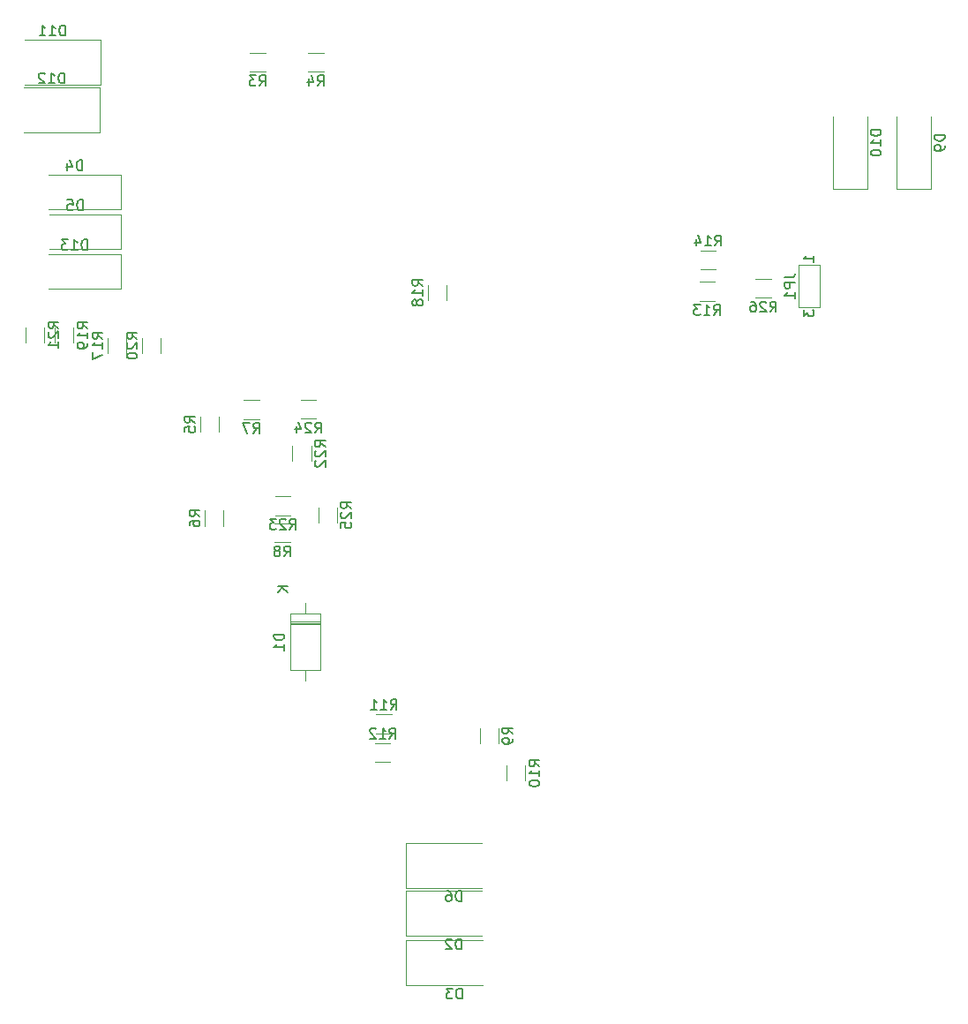
<source format=gbr>
%TF.GenerationSoftware,KiCad,Pcbnew,5.1.10-88a1d61d58~88~ubuntu18.04.1*%
%TF.CreationDate,2021-05-23T19:09:43+03:00*%
%TF.ProjectId,Micra Cruise Control Schemantics,4d696372-6120-4437-9275-69736520436f,rev?*%
%TF.SameCoordinates,Original*%
%TF.FileFunction,Legend,Bot*%
%TF.FilePolarity,Positive*%
%FSLAX46Y46*%
G04 Gerber Fmt 4.6, Leading zero omitted, Abs format (unit mm)*
G04 Created by KiCad (PCBNEW 5.1.10-88a1d61d58~88~ubuntu18.04.1) date 2021-05-23 19:09:43*
%MOMM*%
%LPD*%
G01*
G04 APERTURE LIST*
%ADD10C,0.120000*%
%ADD11C,0.150000*%
G04 APERTURE END LIST*
D10*
%TO.C,R26*%
X111572936Y-65010000D02*
X113027064Y-65010000D01*
X111572936Y-63190000D02*
X113027064Y-63190000D01*
%TO.C,R25*%
X71410000Y-86577064D02*
X71410000Y-85122936D01*
X69590000Y-86577064D02*
X69590000Y-85122936D01*
%TO.C,R24*%
X67922936Y-76610000D02*
X69377064Y-76610000D01*
X67922936Y-74790000D02*
X69377064Y-74790000D01*
%TO.C,R23*%
X65472936Y-85860000D02*
X66927064Y-85860000D01*
X65472936Y-84040000D02*
X66927064Y-84040000D01*
%TO.C,R22*%
X68910000Y-80677064D02*
X68910000Y-79222936D01*
X67090000Y-80677064D02*
X67090000Y-79222936D01*
%TO.C,R21*%
X43328000Y-69281064D02*
X43328000Y-67826936D01*
X41508000Y-69281064D02*
X41508000Y-67826936D01*
%TO.C,R20*%
X52684000Y-68868936D02*
X52684000Y-70323064D01*
X54504000Y-68868936D02*
X54504000Y-70323064D01*
%TO.C,R19*%
X46122000Y-69333064D02*
X46122000Y-67878936D01*
X44302000Y-69333064D02*
X44302000Y-67878936D01*
%TO.C,R18*%
X80090000Y-63772936D02*
X80090000Y-65227064D01*
X81910000Y-63772936D02*
X81910000Y-65227064D01*
%TO.C,R17*%
X49382000Y-68842936D02*
X49382000Y-70297064D01*
X51202000Y-68842936D02*
X51202000Y-70297064D01*
%TO.C,R14*%
X107727064Y-60490000D02*
X106272936Y-60490000D01*
X107727064Y-62310000D02*
X106272936Y-62310000D01*
%TO.C,R13*%
X106172936Y-65310000D02*
X107627064Y-65310000D01*
X106172936Y-63490000D02*
X107627064Y-63490000D01*
%TO.C,R12*%
X76527064Y-107740000D02*
X75072936Y-107740000D01*
X76527064Y-109560000D02*
X75072936Y-109560000D01*
%TO.C,R11*%
X76627064Y-104990000D02*
X75172936Y-104990000D01*
X76627064Y-106810000D02*
X75172936Y-106810000D01*
%TO.C,R10*%
X89460000Y-111327064D02*
X89460000Y-109872936D01*
X87640000Y-111327064D02*
X87640000Y-109872936D01*
%TO.C,R9*%
X86910000Y-107727064D02*
X86910000Y-106272936D01*
X85090000Y-107727064D02*
X85090000Y-106272936D01*
%TO.C,R8*%
X65422936Y-88460000D02*
X66877064Y-88460000D01*
X65422936Y-86640000D02*
X66877064Y-86640000D01*
%TO.C,R7*%
X62472936Y-76660000D02*
X63927064Y-76660000D01*
X62472936Y-74840000D02*
X63927064Y-74840000D01*
%TO.C,R6*%
X58690000Y-85422936D02*
X58690000Y-86877064D01*
X60510000Y-85422936D02*
X60510000Y-86877064D01*
%TO.C,R5*%
X58240000Y-76422936D02*
X58240000Y-77877064D01*
X60060000Y-76422936D02*
X60060000Y-77877064D01*
%TO.C,R4*%
X68640936Y-43328000D02*
X70095064Y-43328000D01*
X68640936Y-41508000D02*
X70095064Y-41508000D01*
%TO.C,R3*%
X63052936Y-43328000D02*
X64507064Y-43328000D01*
X63052936Y-41508000D02*
X64507064Y-41508000D01*
%TO.C,JP1*%
X117700000Y-61850000D02*
X115700000Y-61850000D01*
X117700000Y-65950000D02*
X117700000Y-61850000D01*
X115700000Y-65950000D02*
X117700000Y-65950000D01*
X115700000Y-61850000D02*
X115700000Y-65950000D01*
%TO.C,D13*%
X50628000Y-60834000D02*
X50628000Y-64134000D01*
X50628000Y-64134000D02*
X43728000Y-64134000D01*
X50628000Y-60834000D02*
X43728000Y-60834000D01*
%TO.C,D12*%
X48636000Y-44850000D02*
X48636000Y-49150000D01*
X48636000Y-49150000D02*
X41336000Y-49150000D01*
X48636000Y-44850000D02*
X41336000Y-44850000D01*
%TO.C,D11*%
X48702000Y-40268000D02*
X48702000Y-44568000D01*
X48702000Y-44568000D02*
X41402000Y-44568000D01*
X48702000Y-40268000D02*
X41402000Y-40268000D01*
%TO.C,D10*%
X122300000Y-54530000D02*
X119000000Y-54530000D01*
X119000000Y-54530000D02*
X119000000Y-47630000D01*
X122300000Y-54530000D02*
X122300000Y-47630000D01*
%TO.C,D9*%
X128400000Y-54530000D02*
X125100000Y-54530000D01*
X125100000Y-54530000D02*
X125100000Y-47630000D01*
X128400000Y-54530000D02*
X128400000Y-47630000D01*
%TO.C,D6*%
X78000000Y-121600000D02*
X78000000Y-117300000D01*
X78000000Y-117300000D02*
X85300000Y-117300000D01*
X78000000Y-121600000D02*
X85300000Y-121600000D01*
%TO.C,D5*%
X50668000Y-57024000D02*
X50668000Y-60324000D01*
X50668000Y-60324000D02*
X43768000Y-60324000D01*
X50668000Y-57024000D02*
X43768000Y-57024000D01*
%TO.C,D4*%
X50628000Y-53214000D02*
X50628000Y-56514000D01*
X50628000Y-56514000D02*
X43728000Y-56514000D01*
X50628000Y-53214000D02*
X43728000Y-53214000D01*
%TO.C,D3*%
X78050000Y-130950000D02*
X78050000Y-126650000D01*
X78050000Y-126650000D02*
X85350000Y-126650000D01*
X78050000Y-130950000D02*
X85350000Y-130950000D01*
%TO.C,D2*%
X78000000Y-126200000D02*
X78000000Y-121900000D01*
X78000000Y-121900000D02*
X85300000Y-121900000D01*
X78000000Y-126200000D02*
X85300000Y-126200000D01*
%TO.C,D1*%
X66880000Y-95310000D02*
X69820000Y-95310000D01*
X69820000Y-95310000D02*
X69820000Y-100750000D01*
X69820000Y-100750000D02*
X66880000Y-100750000D01*
X66880000Y-100750000D02*
X66880000Y-95310000D01*
X68350000Y-94290000D02*
X68350000Y-95310000D01*
X68350000Y-101770000D02*
X68350000Y-100750000D01*
X66880000Y-96210000D02*
X69820000Y-96210000D01*
X66880000Y-96330000D02*
X69820000Y-96330000D01*
X66880000Y-96090000D02*
X69820000Y-96090000D01*
%TO.C,R26*%
D11*
X112942857Y-66372380D02*
X113276190Y-65896190D01*
X113514285Y-66372380D02*
X113514285Y-65372380D01*
X113133333Y-65372380D01*
X113038095Y-65420000D01*
X112990476Y-65467619D01*
X112942857Y-65562857D01*
X112942857Y-65705714D01*
X112990476Y-65800952D01*
X113038095Y-65848571D01*
X113133333Y-65896190D01*
X113514285Y-65896190D01*
X112561904Y-65467619D02*
X112514285Y-65420000D01*
X112419047Y-65372380D01*
X112180952Y-65372380D01*
X112085714Y-65420000D01*
X112038095Y-65467619D01*
X111990476Y-65562857D01*
X111990476Y-65658095D01*
X112038095Y-65800952D01*
X112609523Y-66372380D01*
X111990476Y-66372380D01*
X111133333Y-65372380D02*
X111323809Y-65372380D01*
X111419047Y-65420000D01*
X111466666Y-65467619D01*
X111561904Y-65610476D01*
X111609523Y-65800952D01*
X111609523Y-66181904D01*
X111561904Y-66277142D01*
X111514285Y-66324761D01*
X111419047Y-66372380D01*
X111228571Y-66372380D01*
X111133333Y-66324761D01*
X111085714Y-66277142D01*
X111038095Y-66181904D01*
X111038095Y-65943809D01*
X111085714Y-65848571D01*
X111133333Y-65800952D01*
X111228571Y-65753333D01*
X111419047Y-65753333D01*
X111514285Y-65800952D01*
X111561904Y-65848571D01*
X111609523Y-65943809D01*
%TO.C,R25*%
X72772380Y-85207142D02*
X72296190Y-84873809D01*
X72772380Y-84635714D02*
X71772380Y-84635714D01*
X71772380Y-85016666D01*
X71820000Y-85111904D01*
X71867619Y-85159523D01*
X71962857Y-85207142D01*
X72105714Y-85207142D01*
X72200952Y-85159523D01*
X72248571Y-85111904D01*
X72296190Y-85016666D01*
X72296190Y-84635714D01*
X71867619Y-85588095D02*
X71820000Y-85635714D01*
X71772380Y-85730952D01*
X71772380Y-85969047D01*
X71820000Y-86064285D01*
X71867619Y-86111904D01*
X71962857Y-86159523D01*
X72058095Y-86159523D01*
X72200952Y-86111904D01*
X72772380Y-85540476D01*
X72772380Y-86159523D01*
X71772380Y-87064285D02*
X71772380Y-86588095D01*
X72248571Y-86540476D01*
X72200952Y-86588095D01*
X72153333Y-86683333D01*
X72153333Y-86921428D01*
X72200952Y-87016666D01*
X72248571Y-87064285D01*
X72343809Y-87111904D01*
X72581904Y-87111904D01*
X72677142Y-87064285D01*
X72724761Y-87016666D01*
X72772380Y-86921428D01*
X72772380Y-86683333D01*
X72724761Y-86588095D01*
X72677142Y-86540476D01*
%TO.C,R24*%
X69292857Y-77972380D02*
X69626190Y-77496190D01*
X69864285Y-77972380D02*
X69864285Y-76972380D01*
X69483333Y-76972380D01*
X69388095Y-77020000D01*
X69340476Y-77067619D01*
X69292857Y-77162857D01*
X69292857Y-77305714D01*
X69340476Y-77400952D01*
X69388095Y-77448571D01*
X69483333Y-77496190D01*
X69864285Y-77496190D01*
X68911904Y-77067619D02*
X68864285Y-77020000D01*
X68769047Y-76972380D01*
X68530952Y-76972380D01*
X68435714Y-77020000D01*
X68388095Y-77067619D01*
X68340476Y-77162857D01*
X68340476Y-77258095D01*
X68388095Y-77400952D01*
X68959523Y-77972380D01*
X68340476Y-77972380D01*
X67483333Y-77305714D02*
X67483333Y-77972380D01*
X67721428Y-76924761D02*
X67959523Y-77639047D01*
X67340476Y-77639047D01*
%TO.C,R23*%
X66842857Y-87222380D02*
X67176190Y-86746190D01*
X67414285Y-87222380D02*
X67414285Y-86222380D01*
X67033333Y-86222380D01*
X66938095Y-86270000D01*
X66890476Y-86317619D01*
X66842857Y-86412857D01*
X66842857Y-86555714D01*
X66890476Y-86650952D01*
X66938095Y-86698571D01*
X67033333Y-86746190D01*
X67414285Y-86746190D01*
X66461904Y-86317619D02*
X66414285Y-86270000D01*
X66319047Y-86222380D01*
X66080952Y-86222380D01*
X65985714Y-86270000D01*
X65938095Y-86317619D01*
X65890476Y-86412857D01*
X65890476Y-86508095D01*
X65938095Y-86650952D01*
X66509523Y-87222380D01*
X65890476Y-87222380D01*
X65557142Y-86222380D02*
X64938095Y-86222380D01*
X65271428Y-86603333D01*
X65128571Y-86603333D01*
X65033333Y-86650952D01*
X64985714Y-86698571D01*
X64938095Y-86793809D01*
X64938095Y-87031904D01*
X64985714Y-87127142D01*
X65033333Y-87174761D01*
X65128571Y-87222380D01*
X65414285Y-87222380D01*
X65509523Y-87174761D01*
X65557142Y-87127142D01*
%TO.C,R22*%
X70272380Y-79307142D02*
X69796190Y-78973809D01*
X70272380Y-78735714D02*
X69272380Y-78735714D01*
X69272380Y-79116666D01*
X69320000Y-79211904D01*
X69367619Y-79259523D01*
X69462857Y-79307142D01*
X69605714Y-79307142D01*
X69700952Y-79259523D01*
X69748571Y-79211904D01*
X69796190Y-79116666D01*
X69796190Y-78735714D01*
X69367619Y-79688095D02*
X69320000Y-79735714D01*
X69272380Y-79830952D01*
X69272380Y-80069047D01*
X69320000Y-80164285D01*
X69367619Y-80211904D01*
X69462857Y-80259523D01*
X69558095Y-80259523D01*
X69700952Y-80211904D01*
X70272380Y-79640476D01*
X70272380Y-80259523D01*
X69367619Y-80640476D02*
X69320000Y-80688095D01*
X69272380Y-80783333D01*
X69272380Y-81021428D01*
X69320000Y-81116666D01*
X69367619Y-81164285D01*
X69462857Y-81211904D01*
X69558095Y-81211904D01*
X69700952Y-81164285D01*
X70272380Y-80592857D01*
X70272380Y-81211904D01*
%TO.C,R21*%
X44690380Y-67911142D02*
X44214190Y-67577809D01*
X44690380Y-67339714D02*
X43690380Y-67339714D01*
X43690380Y-67720666D01*
X43738000Y-67815904D01*
X43785619Y-67863523D01*
X43880857Y-67911142D01*
X44023714Y-67911142D01*
X44118952Y-67863523D01*
X44166571Y-67815904D01*
X44214190Y-67720666D01*
X44214190Y-67339714D01*
X43785619Y-68292095D02*
X43738000Y-68339714D01*
X43690380Y-68434952D01*
X43690380Y-68673047D01*
X43738000Y-68768285D01*
X43785619Y-68815904D01*
X43880857Y-68863523D01*
X43976095Y-68863523D01*
X44118952Y-68815904D01*
X44690380Y-68244476D01*
X44690380Y-68863523D01*
X44690380Y-69815904D02*
X44690380Y-69244476D01*
X44690380Y-69530190D02*
X43690380Y-69530190D01*
X43833238Y-69434952D01*
X43928476Y-69339714D01*
X43976095Y-69244476D01*
%TO.C,R20*%
X52226380Y-68953142D02*
X51750190Y-68619809D01*
X52226380Y-68381714D02*
X51226380Y-68381714D01*
X51226380Y-68762666D01*
X51274000Y-68857904D01*
X51321619Y-68905523D01*
X51416857Y-68953142D01*
X51559714Y-68953142D01*
X51654952Y-68905523D01*
X51702571Y-68857904D01*
X51750190Y-68762666D01*
X51750190Y-68381714D01*
X51321619Y-69334095D02*
X51274000Y-69381714D01*
X51226380Y-69476952D01*
X51226380Y-69715047D01*
X51274000Y-69810285D01*
X51321619Y-69857904D01*
X51416857Y-69905523D01*
X51512095Y-69905523D01*
X51654952Y-69857904D01*
X52226380Y-69286476D01*
X52226380Y-69905523D01*
X51226380Y-70524571D02*
X51226380Y-70619809D01*
X51274000Y-70715047D01*
X51321619Y-70762666D01*
X51416857Y-70810285D01*
X51607333Y-70857904D01*
X51845428Y-70857904D01*
X52035904Y-70810285D01*
X52131142Y-70762666D01*
X52178761Y-70715047D01*
X52226380Y-70619809D01*
X52226380Y-70524571D01*
X52178761Y-70429333D01*
X52131142Y-70381714D01*
X52035904Y-70334095D01*
X51845428Y-70286476D01*
X51607333Y-70286476D01*
X51416857Y-70334095D01*
X51321619Y-70381714D01*
X51274000Y-70429333D01*
X51226380Y-70524571D01*
%TO.C,R19*%
X47484380Y-67963142D02*
X47008190Y-67629809D01*
X47484380Y-67391714D02*
X46484380Y-67391714D01*
X46484380Y-67772666D01*
X46532000Y-67867904D01*
X46579619Y-67915523D01*
X46674857Y-67963142D01*
X46817714Y-67963142D01*
X46912952Y-67915523D01*
X46960571Y-67867904D01*
X47008190Y-67772666D01*
X47008190Y-67391714D01*
X47484380Y-68915523D02*
X47484380Y-68344095D01*
X47484380Y-68629809D02*
X46484380Y-68629809D01*
X46627238Y-68534571D01*
X46722476Y-68439333D01*
X46770095Y-68344095D01*
X47484380Y-69391714D02*
X47484380Y-69582190D01*
X47436761Y-69677428D01*
X47389142Y-69725047D01*
X47246285Y-69820285D01*
X47055809Y-69867904D01*
X46674857Y-69867904D01*
X46579619Y-69820285D01*
X46532000Y-69772666D01*
X46484380Y-69677428D01*
X46484380Y-69486952D01*
X46532000Y-69391714D01*
X46579619Y-69344095D01*
X46674857Y-69296476D01*
X46912952Y-69296476D01*
X47008190Y-69344095D01*
X47055809Y-69391714D01*
X47103428Y-69486952D01*
X47103428Y-69677428D01*
X47055809Y-69772666D01*
X47008190Y-69820285D01*
X46912952Y-69867904D01*
%TO.C,R18*%
X79632380Y-63857142D02*
X79156190Y-63523809D01*
X79632380Y-63285714D02*
X78632380Y-63285714D01*
X78632380Y-63666666D01*
X78680000Y-63761904D01*
X78727619Y-63809523D01*
X78822857Y-63857142D01*
X78965714Y-63857142D01*
X79060952Y-63809523D01*
X79108571Y-63761904D01*
X79156190Y-63666666D01*
X79156190Y-63285714D01*
X79632380Y-64809523D02*
X79632380Y-64238095D01*
X79632380Y-64523809D02*
X78632380Y-64523809D01*
X78775238Y-64428571D01*
X78870476Y-64333333D01*
X78918095Y-64238095D01*
X79060952Y-65380952D02*
X79013333Y-65285714D01*
X78965714Y-65238095D01*
X78870476Y-65190476D01*
X78822857Y-65190476D01*
X78727619Y-65238095D01*
X78680000Y-65285714D01*
X78632380Y-65380952D01*
X78632380Y-65571428D01*
X78680000Y-65666666D01*
X78727619Y-65714285D01*
X78822857Y-65761904D01*
X78870476Y-65761904D01*
X78965714Y-65714285D01*
X79013333Y-65666666D01*
X79060952Y-65571428D01*
X79060952Y-65380952D01*
X79108571Y-65285714D01*
X79156190Y-65238095D01*
X79251428Y-65190476D01*
X79441904Y-65190476D01*
X79537142Y-65238095D01*
X79584761Y-65285714D01*
X79632380Y-65380952D01*
X79632380Y-65571428D01*
X79584761Y-65666666D01*
X79537142Y-65714285D01*
X79441904Y-65761904D01*
X79251428Y-65761904D01*
X79156190Y-65714285D01*
X79108571Y-65666666D01*
X79060952Y-65571428D01*
%TO.C,R17*%
X48924380Y-68927142D02*
X48448190Y-68593809D01*
X48924380Y-68355714D02*
X47924380Y-68355714D01*
X47924380Y-68736666D01*
X47972000Y-68831904D01*
X48019619Y-68879523D01*
X48114857Y-68927142D01*
X48257714Y-68927142D01*
X48352952Y-68879523D01*
X48400571Y-68831904D01*
X48448190Y-68736666D01*
X48448190Y-68355714D01*
X48924380Y-69879523D02*
X48924380Y-69308095D01*
X48924380Y-69593809D02*
X47924380Y-69593809D01*
X48067238Y-69498571D01*
X48162476Y-69403333D01*
X48210095Y-69308095D01*
X47924380Y-70212857D02*
X47924380Y-70879523D01*
X48924380Y-70450952D01*
%TO.C,R14*%
X107642857Y-60032380D02*
X107976190Y-59556190D01*
X108214285Y-60032380D02*
X108214285Y-59032380D01*
X107833333Y-59032380D01*
X107738095Y-59080000D01*
X107690476Y-59127619D01*
X107642857Y-59222857D01*
X107642857Y-59365714D01*
X107690476Y-59460952D01*
X107738095Y-59508571D01*
X107833333Y-59556190D01*
X108214285Y-59556190D01*
X106690476Y-60032380D02*
X107261904Y-60032380D01*
X106976190Y-60032380D02*
X106976190Y-59032380D01*
X107071428Y-59175238D01*
X107166666Y-59270476D01*
X107261904Y-59318095D01*
X105833333Y-59365714D02*
X105833333Y-60032380D01*
X106071428Y-58984761D02*
X106309523Y-59699047D01*
X105690476Y-59699047D01*
%TO.C,R13*%
X107542857Y-66672380D02*
X107876190Y-66196190D01*
X108114285Y-66672380D02*
X108114285Y-65672380D01*
X107733333Y-65672380D01*
X107638095Y-65720000D01*
X107590476Y-65767619D01*
X107542857Y-65862857D01*
X107542857Y-66005714D01*
X107590476Y-66100952D01*
X107638095Y-66148571D01*
X107733333Y-66196190D01*
X108114285Y-66196190D01*
X106590476Y-66672380D02*
X107161904Y-66672380D01*
X106876190Y-66672380D02*
X106876190Y-65672380D01*
X106971428Y-65815238D01*
X107066666Y-65910476D01*
X107161904Y-65958095D01*
X106257142Y-65672380D02*
X105638095Y-65672380D01*
X105971428Y-66053333D01*
X105828571Y-66053333D01*
X105733333Y-66100952D01*
X105685714Y-66148571D01*
X105638095Y-66243809D01*
X105638095Y-66481904D01*
X105685714Y-66577142D01*
X105733333Y-66624761D01*
X105828571Y-66672380D01*
X106114285Y-66672380D01*
X106209523Y-66624761D01*
X106257142Y-66577142D01*
%TO.C,R12*%
X76442857Y-107282380D02*
X76776190Y-106806190D01*
X77014285Y-107282380D02*
X77014285Y-106282380D01*
X76633333Y-106282380D01*
X76538095Y-106330000D01*
X76490476Y-106377619D01*
X76442857Y-106472857D01*
X76442857Y-106615714D01*
X76490476Y-106710952D01*
X76538095Y-106758571D01*
X76633333Y-106806190D01*
X77014285Y-106806190D01*
X75490476Y-107282380D02*
X76061904Y-107282380D01*
X75776190Y-107282380D02*
X75776190Y-106282380D01*
X75871428Y-106425238D01*
X75966666Y-106520476D01*
X76061904Y-106568095D01*
X75109523Y-106377619D02*
X75061904Y-106330000D01*
X74966666Y-106282380D01*
X74728571Y-106282380D01*
X74633333Y-106330000D01*
X74585714Y-106377619D01*
X74538095Y-106472857D01*
X74538095Y-106568095D01*
X74585714Y-106710952D01*
X75157142Y-107282380D01*
X74538095Y-107282380D01*
%TO.C,R11*%
X76542857Y-104532380D02*
X76876190Y-104056190D01*
X77114285Y-104532380D02*
X77114285Y-103532380D01*
X76733333Y-103532380D01*
X76638095Y-103580000D01*
X76590476Y-103627619D01*
X76542857Y-103722857D01*
X76542857Y-103865714D01*
X76590476Y-103960952D01*
X76638095Y-104008571D01*
X76733333Y-104056190D01*
X77114285Y-104056190D01*
X75590476Y-104532380D02*
X76161904Y-104532380D01*
X75876190Y-104532380D02*
X75876190Y-103532380D01*
X75971428Y-103675238D01*
X76066666Y-103770476D01*
X76161904Y-103818095D01*
X74638095Y-104532380D02*
X75209523Y-104532380D01*
X74923809Y-104532380D02*
X74923809Y-103532380D01*
X75019047Y-103675238D01*
X75114285Y-103770476D01*
X75209523Y-103818095D01*
%TO.C,R10*%
X90822380Y-109957142D02*
X90346190Y-109623809D01*
X90822380Y-109385714D02*
X89822380Y-109385714D01*
X89822380Y-109766666D01*
X89870000Y-109861904D01*
X89917619Y-109909523D01*
X90012857Y-109957142D01*
X90155714Y-109957142D01*
X90250952Y-109909523D01*
X90298571Y-109861904D01*
X90346190Y-109766666D01*
X90346190Y-109385714D01*
X90822380Y-110909523D02*
X90822380Y-110338095D01*
X90822380Y-110623809D02*
X89822380Y-110623809D01*
X89965238Y-110528571D01*
X90060476Y-110433333D01*
X90108095Y-110338095D01*
X89822380Y-111528571D02*
X89822380Y-111623809D01*
X89870000Y-111719047D01*
X89917619Y-111766666D01*
X90012857Y-111814285D01*
X90203333Y-111861904D01*
X90441428Y-111861904D01*
X90631904Y-111814285D01*
X90727142Y-111766666D01*
X90774761Y-111719047D01*
X90822380Y-111623809D01*
X90822380Y-111528571D01*
X90774761Y-111433333D01*
X90727142Y-111385714D01*
X90631904Y-111338095D01*
X90441428Y-111290476D01*
X90203333Y-111290476D01*
X90012857Y-111338095D01*
X89917619Y-111385714D01*
X89870000Y-111433333D01*
X89822380Y-111528571D01*
%TO.C,R9*%
X88272380Y-106833333D02*
X87796190Y-106500000D01*
X88272380Y-106261904D02*
X87272380Y-106261904D01*
X87272380Y-106642857D01*
X87320000Y-106738095D01*
X87367619Y-106785714D01*
X87462857Y-106833333D01*
X87605714Y-106833333D01*
X87700952Y-106785714D01*
X87748571Y-106738095D01*
X87796190Y-106642857D01*
X87796190Y-106261904D01*
X88272380Y-107309523D02*
X88272380Y-107500000D01*
X88224761Y-107595238D01*
X88177142Y-107642857D01*
X88034285Y-107738095D01*
X87843809Y-107785714D01*
X87462857Y-107785714D01*
X87367619Y-107738095D01*
X87320000Y-107690476D01*
X87272380Y-107595238D01*
X87272380Y-107404761D01*
X87320000Y-107309523D01*
X87367619Y-107261904D01*
X87462857Y-107214285D01*
X87700952Y-107214285D01*
X87796190Y-107261904D01*
X87843809Y-107309523D01*
X87891428Y-107404761D01*
X87891428Y-107595238D01*
X87843809Y-107690476D01*
X87796190Y-107738095D01*
X87700952Y-107785714D01*
%TO.C,R8*%
X66316666Y-89822380D02*
X66650000Y-89346190D01*
X66888095Y-89822380D02*
X66888095Y-88822380D01*
X66507142Y-88822380D01*
X66411904Y-88870000D01*
X66364285Y-88917619D01*
X66316666Y-89012857D01*
X66316666Y-89155714D01*
X66364285Y-89250952D01*
X66411904Y-89298571D01*
X66507142Y-89346190D01*
X66888095Y-89346190D01*
X65745238Y-89250952D02*
X65840476Y-89203333D01*
X65888095Y-89155714D01*
X65935714Y-89060476D01*
X65935714Y-89012857D01*
X65888095Y-88917619D01*
X65840476Y-88870000D01*
X65745238Y-88822380D01*
X65554761Y-88822380D01*
X65459523Y-88870000D01*
X65411904Y-88917619D01*
X65364285Y-89012857D01*
X65364285Y-89060476D01*
X65411904Y-89155714D01*
X65459523Y-89203333D01*
X65554761Y-89250952D01*
X65745238Y-89250952D01*
X65840476Y-89298571D01*
X65888095Y-89346190D01*
X65935714Y-89441428D01*
X65935714Y-89631904D01*
X65888095Y-89727142D01*
X65840476Y-89774761D01*
X65745238Y-89822380D01*
X65554761Y-89822380D01*
X65459523Y-89774761D01*
X65411904Y-89727142D01*
X65364285Y-89631904D01*
X65364285Y-89441428D01*
X65411904Y-89346190D01*
X65459523Y-89298571D01*
X65554761Y-89250952D01*
%TO.C,R7*%
X63366666Y-78022380D02*
X63700000Y-77546190D01*
X63938095Y-78022380D02*
X63938095Y-77022380D01*
X63557142Y-77022380D01*
X63461904Y-77070000D01*
X63414285Y-77117619D01*
X63366666Y-77212857D01*
X63366666Y-77355714D01*
X63414285Y-77450952D01*
X63461904Y-77498571D01*
X63557142Y-77546190D01*
X63938095Y-77546190D01*
X63033333Y-77022380D02*
X62366666Y-77022380D01*
X62795238Y-78022380D01*
%TO.C,R6*%
X58232380Y-85983333D02*
X57756190Y-85650000D01*
X58232380Y-85411904D02*
X57232380Y-85411904D01*
X57232380Y-85792857D01*
X57280000Y-85888095D01*
X57327619Y-85935714D01*
X57422857Y-85983333D01*
X57565714Y-85983333D01*
X57660952Y-85935714D01*
X57708571Y-85888095D01*
X57756190Y-85792857D01*
X57756190Y-85411904D01*
X57232380Y-86840476D02*
X57232380Y-86650000D01*
X57280000Y-86554761D01*
X57327619Y-86507142D01*
X57470476Y-86411904D01*
X57660952Y-86364285D01*
X58041904Y-86364285D01*
X58137142Y-86411904D01*
X58184761Y-86459523D01*
X58232380Y-86554761D01*
X58232380Y-86745238D01*
X58184761Y-86840476D01*
X58137142Y-86888095D01*
X58041904Y-86935714D01*
X57803809Y-86935714D01*
X57708571Y-86888095D01*
X57660952Y-86840476D01*
X57613333Y-86745238D01*
X57613333Y-86554761D01*
X57660952Y-86459523D01*
X57708571Y-86411904D01*
X57803809Y-86364285D01*
%TO.C,R5*%
X57782380Y-76983333D02*
X57306190Y-76650000D01*
X57782380Y-76411904D02*
X56782380Y-76411904D01*
X56782380Y-76792857D01*
X56830000Y-76888095D01*
X56877619Y-76935714D01*
X56972857Y-76983333D01*
X57115714Y-76983333D01*
X57210952Y-76935714D01*
X57258571Y-76888095D01*
X57306190Y-76792857D01*
X57306190Y-76411904D01*
X56782380Y-77888095D02*
X56782380Y-77411904D01*
X57258571Y-77364285D01*
X57210952Y-77411904D01*
X57163333Y-77507142D01*
X57163333Y-77745238D01*
X57210952Y-77840476D01*
X57258571Y-77888095D01*
X57353809Y-77935714D01*
X57591904Y-77935714D01*
X57687142Y-77888095D01*
X57734761Y-77840476D01*
X57782380Y-77745238D01*
X57782380Y-77507142D01*
X57734761Y-77411904D01*
X57687142Y-77364285D01*
%TO.C,R4*%
X69534666Y-44690380D02*
X69868000Y-44214190D01*
X70106095Y-44690380D02*
X70106095Y-43690380D01*
X69725142Y-43690380D01*
X69629904Y-43738000D01*
X69582285Y-43785619D01*
X69534666Y-43880857D01*
X69534666Y-44023714D01*
X69582285Y-44118952D01*
X69629904Y-44166571D01*
X69725142Y-44214190D01*
X70106095Y-44214190D01*
X68677523Y-44023714D02*
X68677523Y-44690380D01*
X68915619Y-43642761D02*
X69153714Y-44357047D01*
X68534666Y-44357047D01*
%TO.C,R3*%
X63946666Y-44690380D02*
X64280000Y-44214190D01*
X64518095Y-44690380D02*
X64518095Y-43690380D01*
X64137142Y-43690380D01*
X64041904Y-43738000D01*
X63994285Y-43785619D01*
X63946666Y-43880857D01*
X63946666Y-44023714D01*
X63994285Y-44118952D01*
X64041904Y-44166571D01*
X64137142Y-44214190D01*
X64518095Y-44214190D01*
X63613333Y-43690380D02*
X62994285Y-43690380D01*
X63327619Y-44071333D01*
X63184761Y-44071333D01*
X63089523Y-44118952D01*
X63041904Y-44166571D01*
X62994285Y-44261809D01*
X62994285Y-44499904D01*
X63041904Y-44595142D01*
X63089523Y-44642761D01*
X63184761Y-44690380D01*
X63470476Y-44690380D01*
X63565714Y-44642761D01*
X63613333Y-44595142D01*
%TO.C,JP1*%
X114352380Y-63066666D02*
X115066666Y-63066666D01*
X115209523Y-63019047D01*
X115304761Y-62923809D01*
X115352380Y-62780952D01*
X115352380Y-62685714D01*
X115352380Y-63542857D02*
X114352380Y-63542857D01*
X114352380Y-63923809D01*
X114400000Y-64019047D01*
X114447619Y-64066666D01*
X114542857Y-64114285D01*
X114685714Y-64114285D01*
X114780952Y-64066666D01*
X114828571Y-64019047D01*
X114876190Y-63923809D01*
X114876190Y-63542857D01*
X115352380Y-65066666D02*
X115352380Y-64495238D01*
X115352380Y-64780952D02*
X114352380Y-64780952D01*
X114495238Y-64685714D01*
X114590476Y-64590476D01*
X114638095Y-64495238D01*
X117152380Y-61585714D02*
X117152380Y-61014285D01*
X117152380Y-61300000D02*
X116152380Y-61300000D01*
X116295238Y-61204761D01*
X116390476Y-61109523D01*
X116438095Y-61014285D01*
X116152380Y-66166666D02*
X116152380Y-66785714D01*
X116533333Y-66452380D01*
X116533333Y-66595238D01*
X116580952Y-66690476D01*
X116628571Y-66738095D01*
X116723809Y-66785714D01*
X116961904Y-66785714D01*
X117057142Y-66738095D01*
X117104761Y-66690476D01*
X117152380Y-66595238D01*
X117152380Y-66309523D01*
X117104761Y-66214285D01*
X117057142Y-66166666D01*
%TO.C,D13*%
X47442285Y-60436380D02*
X47442285Y-59436380D01*
X47204190Y-59436380D01*
X47061333Y-59484000D01*
X46966095Y-59579238D01*
X46918476Y-59674476D01*
X46870857Y-59864952D01*
X46870857Y-60007809D01*
X46918476Y-60198285D01*
X46966095Y-60293523D01*
X47061333Y-60388761D01*
X47204190Y-60436380D01*
X47442285Y-60436380D01*
X45918476Y-60436380D02*
X46489904Y-60436380D01*
X46204190Y-60436380D02*
X46204190Y-59436380D01*
X46299428Y-59579238D01*
X46394666Y-59674476D01*
X46489904Y-59722095D01*
X45585142Y-59436380D02*
X44966095Y-59436380D01*
X45299428Y-59817333D01*
X45156571Y-59817333D01*
X45061333Y-59864952D01*
X45013714Y-59912571D01*
X44966095Y-60007809D01*
X44966095Y-60245904D01*
X45013714Y-60341142D01*
X45061333Y-60388761D01*
X45156571Y-60436380D01*
X45442285Y-60436380D01*
X45537523Y-60388761D01*
X45585142Y-60341142D01*
%TO.C,D12*%
X45250285Y-44452380D02*
X45250285Y-43452380D01*
X45012190Y-43452380D01*
X44869333Y-43500000D01*
X44774095Y-43595238D01*
X44726476Y-43690476D01*
X44678857Y-43880952D01*
X44678857Y-44023809D01*
X44726476Y-44214285D01*
X44774095Y-44309523D01*
X44869333Y-44404761D01*
X45012190Y-44452380D01*
X45250285Y-44452380D01*
X43726476Y-44452380D02*
X44297904Y-44452380D01*
X44012190Y-44452380D02*
X44012190Y-43452380D01*
X44107428Y-43595238D01*
X44202666Y-43690476D01*
X44297904Y-43738095D01*
X43345523Y-43547619D02*
X43297904Y-43500000D01*
X43202666Y-43452380D01*
X42964571Y-43452380D01*
X42869333Y-43500000D01*
X42821714Y-43547619D01*
X42774095Y-43642857D01*
X42774095Y-43738095D01*
X42821714Y-43880952D01*
X43393142Y-44452380D01*
X42774095Y-44452380D01*
%TO.C,D11*%
X45316285Y-39870380D02*
X45316285Y-38870380D01*
X45078190Y-38870380D01*
X44935333Y-38918000D01*
X44840095Y-39013238D01*
X44792476Y-39108476D01*
X44744857Y-39298952D01*
X44744857Y-39441809D01*
X44792476Y-39632285D01*
X44840095Y-39727523D01*
X44935333Y-39822761D01*
X45078190Y-39870380D01*
X45316285Y-39870380D01*
X43792476Y-39870380D02*
X44363904Y-39870380D01*
X44078190Y-39870380D02*
X44078190Y-38870380D01*
X44173428Y-39013238D01*
X44268666Y-39108476D01*
X44363904Y-39156095D01*
X42840095Y-39870380D02*
X43411523Y-39870380D01*
X43125809Y-39870380D02*
X43125809Y-38870380D01*
X43221047Y-39013238D01*
X43316285Y-39108476D01*
X43411523Y-39156095D01*
%TO.C,D10*%
X123602380Y-48915714D02*
X122602380Y-48915714D01*
X122602380Y-49153809D01*
X122650000Y-49296666D01*
X122745238Y-49391904D01*
X122840476Y-49439523D01*
X123030952Y-49487142D01*
X123173809Y-49487142D01*
X123364285Y-49439523D01*
X123459523Y-49391904D01*
X123554761Y-49296666D01*
X123602380Y-49153809D01*
X123602380Y-48915714D01*
X123602380Y-50439523D02*
X123602380Y-49868095D01*
X123602380Y-50153809D02*
X122602380Y-50153809D01*
X122745238Y-50058571D01*
X122840476Y-49963333D01*
X122888095Y-49868095D01*
X122602380Y-51058571D02*
X122602380Y-51153809D01*
X122650000Y-51249047D01*
X122697619Y-51296666D01*
X122792857Y-51344285D01*
X122983333Y-51391904D01*
X123221428Y-51391904D01*
X123411904Y-51344285D01*
X123507142Y-51296666D01*
X123554761Y-51249047D01*
X123602380Y-51153809D01*
X123602380Y-51058571D01*
X123554761Y-50963333D01*
X123507142Y-50915714D01*
X123411904Y-50868095D01*
X123221428Y-50820476D01*
X122983333Y-50820476D01*
X122792857Y-50868095D01*
X122697619Y-50915714D01*
X122650000Y-50963333D01*
X122602380Y-51058571D01*
%TO.C,D9*%
X129702380Y-49391904D02*
X128702380Y-49391904D01*
X128702380Y-49630000D01*
X128750000Y-49772857D01*
X128845238Y-49868095D01*
X128940476Y-49915714D01*
X129130952Y-49963333D01*
X129273809Y-49963333D01*
X129464285Y-49915714D01*
X129559523Y-49868095D01*
X129654761Y-49772857D01*
X129702380Y-49630000D01*
X129702380Y-49391904D01*
X129702380Y-50439523D02*
X129702380Y-50630000D01*
X129654761Y-50725238D01*
X129607142Y-50772857D01*
X129464285Y-50868095D01*
X129273809Y-50915714D01*
X128892857Y-50915714D01*
X128797619Y-50868095D01*
X128750000Y-50820476D01*
X128702380Y-50725238D01*
X128702380Y-50534761D01*
X128750000Y-50439523D01*
X128797619Y-50391904D01*
X128892857Y-50344285D01*
X129130952Y-50344285D01*
X129226190Y-50391904D01*
X129273809Y-50439523D01*
X129321428Y-50534761D01*
X129321428Y-50725238D01*
X129273809Y-50820476D01*
X129226190Y-50868095D01*
X129130952Y-50915714D01*
%TO.C,D6*%
X83338095Y-122902380D02*
X83338095Y-121902380D01*
X83100000Y-121902380D01*
X82957142Y-121950000D01*
X82861904Y-122045238D01*
X82814285Y-122140476D01*
X82766666Y-122330952D01*
X82766666Y-122473809D01*
X82814285Y-122664285D01*
X82861904Y-122759523D01*
X82957142Y-122854761D01*
X83100000Y-122902380D01*
X83338095Y-122902380D01*
X81909523Y-121902380D02*
X82100000Y-121902380D01*
X82195238Y-121950000D01*
X82242857Y-121997619D01*
X82338095Y-122140476D01*
X82385714Y-122330952D01*
X82385714Y-122711904D01*
X82338095Y-122807142D01*
X82290476Y-122854761D01*
X82195238Y-122902380D01*
X82004761Y-122902380D01*
X81909523Y-122854761D01*
X81861904Y-122807142D01*
X81814285Y-122711904D01*
X81814285Y-122473809D01*
X81861904Y-122378571D01*
X81909523Y-122330952D01*
X82004761Y-122283333D01*
X82195238Y-122283333D01*
X82290476Y-122330952D01*
X82338095Y-122378571D01*
X82385714Y-122473809D01*
%TO.C,D5*%
X47006095Y-56626380D02*
X47006095Y-55626380D01*
X46768000Y-55626380D01*
X46625142Y-55674000D01*
X46529904Y-55769238D01*
X46482285Y-55864476D01*
X46434666Y-56054952D01*
X46434666Y-56197809D01*
X46482285Y-56388285D01*
X46529904Y-56483523D01*
X46625142Y-56578761D01*
X46768000Y-56626380D01*
X47006095Y-56626380D01*
X45529904Y-55626380D02*
X46006095Y-55626380D01*
X46053714Y-56102571D01*
X46006095Y-56054952D01*
X45910857Y-56007333D01*
X45672761Y-56007333D01*
X45577523Y-56054952D01*
X45529904Y-56102571D01*
X45482285Y-56197809D01*
X45482285Y-56435904D01*
X45529904Y-56531142D01*
X45577523Y-56578761D01*
X45672761Y-56626380D01*
X45910857Y-56626380D01*
X46006095Y-56578761D01*
X46053714Y-56531142D01*
%TO.C,D4*%
X46966095Y-52816380D02*
X46966095Y-51816380D01*
X46728000Y-51816380D01*
X46585142Y-51864000D01*
X46489904Y-51959238D01*
X46442285Y-52054476D01*
X46394666Y-52244952D01*
X46394666Y-52387809D01*
X46442285Y-52578285D01*
X46489904Y-52673523D01*
X46585142Y-52768761D01*
X46728000Y-52816380D01*
X46966095Y-52816380D01*
X45537523Y-52149714D02*
X45537523Y-52816380D01*
X45775619Y-51768761D02*
X46013714Y-52483047D01*
X45394666Y-52483047D01*
%TO.C,D3*%
X83388095Y-132252380D02*
X83388095Y-131252380D01*
X83150000Y-131252380D01*
X83007142Y-131300000D01*
X82911904Y-131395238D01*
X82864285Y-131490476D01*
X82816666Y-131680952D01*
X82816666Y-131823809D01*
X82864285Y-132014285D01*
X82911904Y-132109523D01*
X83007142Y-132204761D01*
X83150000Y-132252380D01*
X83388095Y-132252380D01*
X82483333Y-131252380D02*
X81864285Y-131252380D01*
X82197619Y-131633333D01*
X82054761Y-131633333D01*
X81959523Y-131680952D01*
X81911904Y-131728571D01*
X81864285Y-131823809D01*
X81864285Y-132061904D01*
X81911904Y-132157142D01*
X81959523Y-132204761D01*
X82054761Y-132252380D01*
X82340476Y-132252380D01*
X82435714Y-132204761D01*
X82483333Y-132157142D01*
%TO.C,D2*%
X83338095Y-127502380D02*
X83338095Y-126502380D01*
X83100000Y-126502380D01*
X82957142Y-126550000D01*
X82861904Y-126645238D01*
X82814285Y-126740476D01*
X82766666Y-126930952D01*
X82766666Y-127073809D01*
X82814285Y-127264285D01*
X82861904Y-127359523D01*
X82957142Y-127454761D01*
X83100000Y-127502380D01*
X83338095Y-127502380D01*
X82385714Y-126597619D02*
X82338095Y-126550000D01*
X82242857Y-126502380D01*
X82004761Y-126502380D01*
X81909523Y-126550000D01*
X81861904Y-126597619D01*
X81814285Y-126692857D01*
X81814285Y-126788095D01*
X81861904Y-126930952D01*
X82433333Y-127502380D01*
X81814285Y-127502380D01*
%TO.C,D1*%
X66332380Y-97291904D02*
X65332380Y-97291904D01*
X65332380Y-97530000D01*
X65380000Y-97672857D01*
X65475238Y-97768095D01*
X65570476Y-97815714D01*
X65760952Y-97863333D01*
X65903809Y-97863333D01*
X66094285Y-97815714D01*
X66189523Y-97768095D01*
X66284761Y-97672857D01*
X66332380Y-97530000D01*
X66332380Y-97291904D01*
X66332380Y-98815714D02*
X66332380Y-98244285D01*
X66332380Y-98530000D02*
X65332380Y-98530000D01*
X65475238Y-98434761D01*
X65570476Y-98339523D01*
X65618095Y-98244285D01*
X66702380Y-92688095D02*
X65702380Y-92688095D01*
X66702380Y-93259523D02*
X66130952Y-92830952D01*
X65702380Y-93259523D02*
X66273809Y-92688095D01*
%TD*%
M02*

</source>
